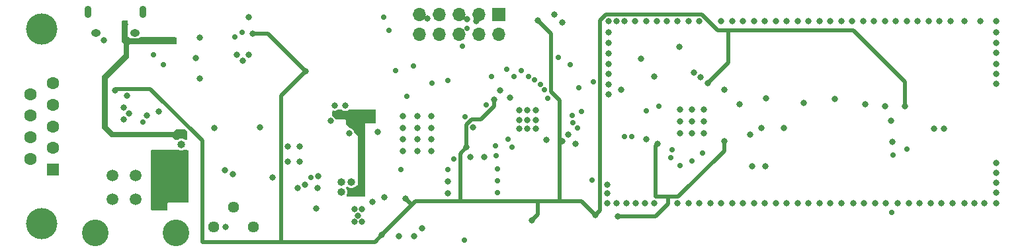
<source format=gbr>
%TF.GenerationSoftware,KiCad,Pcbnew,7.0.5*%
%TF.CreationDate,2023-07-23T12:45:18-06:00*%
%TF.ProjectId,CAN-USB RF Module,43414e2d-5553-4422-9052-46204d6f6475,rev?*%
%TF.SameCoordinates,Original*%
%TF.FileFunction,Copper,L3,Inr*%
%TF.FilePolarity,Positive*%
%FSLAX46Y46*%
G04 Gerber Fmt 4.6, Leading zero omitted, Abs format (unit mm)*
G04 Created by KiCad (PCBNEW 7.0.5) date 2023-07-23 12:45:18*
%MOMM*%
%LPD*%
G01*
G04 APERTURE LIST*
G04 Aperture macros list*
%AMRoundRect*
0 Rectangle with rounded corners*
0 $1 Rounding radius*
0 $2 $3 $4 $5 $6 $7 $8 $9 X,Y pos of 4 corners*
0 Add a 4 corners polygon primitive as box body*
4,1,4,$2,$3,$4,$5,$6,$7,$8,$9,$2,$3,0*
0 Add four circle primitives for the rounded corners*
1,1,$1+$1,$2,$3*
1,1,$1+$1,$4,$5*
1,1,$1+$1,$6,$7*
1,1,$1+$1,$8,$9*
0 Add four rect primitives between the rounded corners*
20,1,$1+$1,$2,$3,$4,$5,0*
20,1,$1+$1,$4,$5,$6,$7,0*
20,1,$1+$1,$6,$7,$8,$9,0*
20,1,$1+$1,$8,$9,$2,$3,0*%
G04 Aperture macros list end*
%TA.AperFunction,ComponentPad*%
%ADD10R,1.000000X1.000000*%
%TD*%
%TA.AperFunction,ComponentPad*%
%ADD11O,1.000000X1.000000*%
%TD*%
%TA.AperFunction,ComponentPad*%
%ADD12C,4.000000*%
%TD*%
%TA.AperFunction,ComponentPad*%
%ADD13R,1.600000X1.600000*%
%TD*%
%TA.AperFunction,ComponentPad*%
%ADD14C,1.600000*%
%TD*%
%TA.AperFunction,ComponentPad*%
%ADD15O,0.890000X1.550000*%
%TD*%
%TA.AperFunction,ComponentPad*%
%ADD16O,1.250000X0.950000*%
%TD*%
%TA.AperFunction,ComponentPad*%
%ADD17RoundRect,0.250001X0.499999X0.499999X-0.499999X0.499999X-0.499999X-0.499999X0.499999X-0.499999X0*%
%TD*%
%TA.AperFunction,ComponentPad*%
%ADD18C,1.500000*%
%TD*%
%TA.AperFunction,ComponentPad*%
%ADD19C,3.410000*%
%TD*%
%TA.AperFunction,ComponentPad*%
%ADD20C,1.440000*%
%TD*%
%TA.AperFunction,ComponentPad*%
%ADD21R,1.700000X1.700000*%
%TD*%
%TA.AperFunction,ComponentPad*%
%ADD22O,1.700000X1.700000*%
%TD*%
%TA.AperFunction,ViaPad*%
%ADD23C,0.800000*%
%TD*%
%TA.AperFunction,ViaPad*%
%ADD24C,0.700000*%
%TD*%
%TA.AperFunction,Conductor*%
%ADD25C,0.500000*%
%TD*%
G04 APERTURE END LIST*
D10*
%TO.N,+5V*%
%TO.C,J1*%
X110010000Y-110687000D03*
D11*
%TO.N,/Power Regulator/5V*%
X108740000Y-110687000D03*
%TO.N,/Power Regulator/12V*%
X110010000Y-109417000D03*
%TO.N,/Power Regulator/FUSE_OUT*%
X108740000Y-109417000D03*
%TD*%
D12*
%TO.N,N/C*%
%TO.C,J7*%
X70381000Y-89771000D03*
X70381000Y-114771000D03*
D13*
%TO.N,unconnected-(J7-Pin_1-Pad1)*%
X71801000Y-107811000D03*
D14*
%TO.N,/CAN Tranciever/CD-*%
X71801000Y-105041000D03*
%TO.N,unconnected-(J7-Pin_3-Pad3)*%
X71801000Y-102271000D03*
%TO.N,unconnected-(J7-Pin_4-Pad4)*%
X71801000Y-99501000D03*
%TO.N,unconnected-(J7-Pin_5-Pad5)*%
X71801000Y-96731000D03*
%TO.N,unconnected-(J7-Pin_6-Pad6)*%
X68961000Y-106426000D03*
%TO.N,/CAN Tranciever/CD+*%
X68961000Y-103656000D03*
%TO.N,unconnected-(J7-Pin_8-Pad8)*%
X68961000Y-100886000D03*
%TO.N,unconnected-(J7-Pin_9-Pad9)*%
X68961000Y-98116000D03*
%TD*%
D15*
%TO.N,unconnected-(J2-Shield-Pad6)*%
%TO.C,J2*%
X83296000Y-87597000D03*
D16*
X82296000Y-90297000D03*
X77296000Y-90297000D03*
D15*
X76296000Y-87597000D03*
%TD*%
D17*
%TO.N,+12V*%
%TO.C,J6*%
X85423000Y-111585000D03*
D18*
%TO.N,GND*%
X82423000Y-111585000D03*
%TO.N,unconnected-(J6-Pin_3-Pad3)*%
X79423000Y-111585000D03*
%TO.N,+12V*%
X85423000Y-108585000D03*
%TO.N,GND*%
X82423000Y-108585000D03*
%TO.N,unconnected-(J6-Pin_6-Pad6)*%
X79423000Y-108585000D03*
D19*
%TO.N,N/C*%
X87573000Y-115905000D03*
X77273000Y-115905000D03*
%TD*%
D20*
%TO.N,unconnected-(RV1-Pad1)*%
%TO.C,RV1*%
X97437000Y-115132000D03*
%TO.N,Net-(R24-Pad2)*%
X94897000Y-112592000D03*
%TO.N,GND*%
X92357000Y-115132000D03*
%TD*%
D21*
%TO.N,+3V3*%
%TO.C,J5*%
X128905000Y-87884000D03*
D22*
%TO.N,/DEBUG_SWDIO*%
X128905000Y-90424000D03*
%TO.N,GND*%
X126365000Y-87884000D03*
%TO.N,/DEBUG_SWCLK*%
X126365000Y-90424000D03*
%TO.N,GND*%
X123825000Y-87884000D03*
%TO.N,/DEBUG_SWO*%
X123825000Y-90424000D03*
%TO.N,unconnected-(J5-Pin_7-Pad7)*%
X121285000Y-87884000D03*
%TO.N,unconnected-(J5-Pin_8-Pad8)*%
X121285000Y-90424000D03*
%TO.N,GND*%
X118745000Y-87884000D03*
%TO.N,/NRST*%
X118745000Y-90424000D03*
%TD*%
D10*
%TO.N,VBUS_UP*%
%TO.C,JP2*%
X88265000Y-103321000D03*
D11*
%TO.N,/Power Regulator/FUSE_IN*%
X88265000Y-104591000D03*
%TO.N,+12V*%
X88265000Y-105861000D03*
%TD*%
D23*
%TO.N,GND*%
X142922600Y-88773000D03*
X94869000Y-108401000D03*
X116586000Y-105410000D03*
X125603000Y-102362000D03*
X90124000Y-93487500D03*
X154559000Y-112141000D03*
X152066600Y-101615000D03*
X142795600Y-110871000D03*
X186944000Y-112141000D03*
X147621600Y-112141000D03*
X182499000Y-88773000D03*
X101854000Y-106750000D03*
X175802600Y-99387000D03*
X175514000Y-88773000D03*
X118491000Y-102489000D03*
X142748000Y-109728000D03*
X113411000Y-102997000D03*
X158750000Y-112141000D03*
X144573600Y-97536000D03*
X120269000Y-102489000D03*
X154682800Y-95925400D03*
X155956000Y-112141000D03*
X174244000Y-112141000D03*
X103378000Y-106750000D03*
X151995600Y-92075000D03*
X90632000Y-90881500D03*
X105649000Y-110179000D03*
X161544000Y-112141000D03*
X147113600Y-93599000D03*
X135005210Y-104020062D03*
X161309600Y-107401600D03*
X137033000Y-88900000D03*
X92456000Y-102432000D03*
X153895400Y-95392000D03*
X172720000Y-112141000D03*
X154559000Y-88773000D03*
X171323000Y-112141000D03*
X192532000Y-108204000D03*
X116586000Y-103886000D03*
X109728000Y-103124000D03*
X116586000Y-102489000D03*
X175641000Y-112141000D03*
X111350506Y-112850688D03*
X185547000Y-112141000D03*
X188515600Y-88773000D03*
X192532000Y-96774000D03*
X153162000Y-112141000D03*
X124841000Y-88519000D03*
X161544000Y-88773000D03*
X101854000Y-104845000D03*
X190500000Y-88773000D03*
X129032000Y-97663000D03*
X192532000Y-90170000D03*
X186690000Y-88773000D03*
X178308000Y-88773000D03*
X178330800Y-99654600D03*
X78359000Y-91186000D03*
X131476500Y-100175000D03*
X81534000Y-100584000D03*
X142922600Y-94234000D03*
X131476500Y-102588000D03*
X155114600Y-103139000D03*
X96139000Y-93853000D03*
X157353000Y-88773000D03*
X120269000Y-103886000D03*
X185293000Y-88773000D03*
X153162000Y-88773000D03*
X122329000Y-110814000D03*
X105791000Y-108655000D03*
X116586000Y-100965000D03*
X192532000Y-109474000D03*
X142922600Y-96853400D03*
X176911000Y-88773000D03*
X163102600Y-98625000D03*
X85344000Y-100367000D03*
X93853000Y-107893000D03*
X146431000Y-112141000D03*
X145208600Y-112141000D03*
X147748600Y-88773000D03*
X143938600Y-88773000D03*
X118491000Y-105410000D03*
X164338000Y-112141000D03*
X160147000Y-112141000D03*
X179104600Y-101546000D03*
X155114600Y-100091000D03*
X155114600Y-101615000D03*
X188468000Y-112141000D03*
X142922600Y-92916400D03*
X145002200Y-88773000D03*
X142922600Y-91567000D03*
X182753000Y-112141000D03*
X119055101Y-115359000D03*
X152066600Y-100091000D03*
X109254845Y-99625547D03*
X164338000Y-88773000D03*
X178435000Y-112141000D03*
X189738000Y-112141000D03*
X148764600Y-112141000D03*
X96901000Y-88265000D03*
X132520500Y-101445000D03*
X185820600Y-102575600D03*
X168529000Y-88773000D03*
X157781600Y-97551000D03*
X90632000Y-96088500D03*
X192532000Y-91567000D03*
X122329000Y-109290000D03*
X167928600Y-99260000D03*
X179959000Y-112141000D03*
X142922600Y-98171000D03*
X158750000Y-88773000D03*
X171865600Y-98752000D03*
X116078000Y-116332000D03*
X162941000Y-88773000D03*
X131496500Y-101420500D03*
X125984000Y-88773000D03*
X93881000Y-115132000D03*
X162467600Y-102435000D03*
X133635500Y-102588000D03*
X147748600Y-103901000D03*
X181356000Y-112141000D03*
X118039101Y-116375000D03*
X153590600Y-101615000D03*
X105504499Y-112807001D03*
X165735000Y-88773000D03*
X174117000Y-88773000D03*
X120269000Y-105410000D03*
X136017000Y-87884000D03*
X132492500Y-102588000D03*
X153590600Y-103139000D03*
X179705000Y-88773000D03*
X114221997Y-111390999D03*
X120269000Y-100965000D03*
X127000000Y-106172000D03*
X119761000Y-88392000D03*
X184150000Y-112141000D03*
X169926000Y-88773000D03*
X118491000Y-103886000D03*
X80899000Y-101346000D03*
X151765000Y-112141000D03*
X95377000Y-93091000D03*
X192532000Y-88773000D03*
X172720000Y-88773000D03*
X80899000Y-99822000D03*
X137795000Y-103312213D03*
X177038000Y-112141000D03*
X160147000Y-88773000D03*
X165735000Y-112141000D03*
X81280000Y-98298000D03*
X159673600Y-99387000D03*
X152066600Y-103139000D03*
X192532000Y-110744000D03*
X157353000Y-112141000D03*
X103378000Y-104845000D03*
X161070600Y-103324000D03*
X111346499Y-114521001D03*
X130302000Y-98561500D03*
X133635500Y-100175000D03*
X183896000Y-88773000D03*
X171323000Y-88773000D03*
X192532000Y-92837000D03*
X191008000Y-112141000D03*
X142922600Y-95504000D03*
X125222000Y-106172000D03*
X153590600Y-100091000D03*
X179231600Y-104213000D03*
X110429999Y-114521001D03*
X99949000Y-108782000D03*
X192579600Y-106934000D03*
X118491000Y-100965000D03*
X149145600Y-88773000D03*
X142922600Y-90170000D03*
X146351600Y-88773000D03*
X138684000Y-104521000D03*
X169926000Y-112141000D03*
X165388600Y-102435000D03*
X96901000Y-93091000D03*
X192532000Y-112141000D03*
X167132000Y-88773000D03*
X151765000Y-88773000D03*
X98298000Y-102419000D03*
X103109000Y-110179000D03*
X148764600Y-95885000D03*
X184550600Y-102588000D03*
X168529000Y-112141000D03*
X132492500Y-100175000D03*
X192532000Y-94234000D03*
X107343000Y-101543000D03*
X192532000Y-95504000D03*
X181102000Y-88773000D03*
X162960600Y-107401600D03*
X143938600Y-112141000D03*
X142795600Y-112141000D03*
X110429999Y-112870001D03*
X167132000Y-112141000D03*
X112715999Y-111981001D03*
X133655500Y-101420500D03*
X162941000Y-112141000D03*
X107889963Y-99569936D03*
X150415600Y-88773000D03*
X110859399Y-113718000D03*
D24*
%TO.N,/NRST*%
X124567250Y-100984750D03*
X124460000Y-116840000D03*
X123152500Y-106426000D03*
X117983000Y-94488000D03*
X120332500Y-96710500D03*
D23*
%TO.N,+3V3*%
X113919000Y-116205000D03*
X155609367Y-96704619D03*
X97409000Y-90373500D03*
X141224000Y-113665000D03*
X137003943Y-104151153D03*
X116967000Y-111506000D03*
X104140000Y-95199500D03*
X144145000Y-113792000D03*
X133096000Y-114300000D03*
X124742564Y-104939162D03*
X79756000Y-97663000D03*
X149225000Y-104521000D03*
X133858000Y-88646000D03*
X128253870Y-98843984D03*
X180867600Y-99654600D03*
X157734000Y-104140000D03*
%TO.N,+5V*%
X111379000Y-109125500D03*
X109855000Y-101600000D03*
X83820000Y-100890500D03*
D24*
%TO.N,/USB Interface/USB_D-*%
X85979000Y-94361000D03*
X84642100Y-93024100D03*
%TO.N,Net-(D8-K)*%
X122329000Y-107766000D03*
D23*
X104084185Y-109727377D03*
D24*
%TO.N,/BOOT0*%
X140792500Y-109132500D03*
X129921000Y-94908500D03*
%TO.N,/UART2_USB_CTS*%
X128484500Y-104735500D03*
X95123000Y-90812917D03*
%TO.N,/UART2_USB_RTS*%
X128524000Y-106045000D03*
X115697000Y-95099000D03*
%TO.N,/UART2_USB_TX*%
X122364500Y-96329500D03*
X130048000Y-103886000D03*
%TO.N,/UART2_USB_RX*%
X96011500Y-90170000D03*
X130556000Y-104902000D03*
%TO.N,/SPI1_MISO*%
X150923600Y-106314000D03*
X152053711Y-107254999D03*
%TO.N,/SPI1_MOSI*%
X153566100Y-106707100D03*
X151050600Y-105298000D03*
%TO.N,/DIO0*%
X145904487Y-103589310D03*
X149352000Y-99640500D03*
%TO.N,/DIO1*%
X145004985Y-103589501D03*
X147768306Y-100270306D03*
%TO.N,/CAN_TX*%
X117094000Y-98385500D03*
X83312000Y-101727000D03*
%TO.N,/SW_RXTX*%
X133468330Y-96290129D03*
X179199000Y-113284000D03*
X181121600Y-105156000D03*
%TO.N,/SX_RESET*%
X140970000Y-96520000D03*
X132682507Y-95852423D03*
%TO.N,/DIO2*%
X138056150Y-94299779D03*
X131748294Y-95135111D03*
%TO.N,/DIO3*%
X130834092Y-95883802D03*
X136525000Y-93432500D03*
%TO.N,/LoRa Tranciever/RXTX_SX*%
X179364856Y-105958856D03*
X154915100Y-105664000D03*
%TO.N,/DEBUG_SWO*%
X124841000Y-89662000D03*
X134185085Y-96833606D03*
%TO.N,/DEBUG_SWCLK*%
X114173000Y-88265000D03*
X124206000Y-91941146D03*
X135128000Y-98611500D03*
%TO.N,/DEBUG_SWDIO*%
X114862642Y-89960808D03*
X127919358Y-95854642D03*
%TO.N,/Power Regulator/FUSE_IN*%
X104849755Y-108779947D03*
X116360000Y-107766000D03*
D23*
%TO.N,VBUS_UP*%
X81198317Y-91205128D03*
X87249000Y-91186000D03*
X81026000Y-89154000D03*
D24*
%TO.N,Net-(U1-PA10)*%
X138291580Y-100861737D03*
X128717500Y-107696000D03*
%TO.N,Net-(U1-PA9)*%
X128717500Y-109220000D03*
X138336135Y-101760135D03*
%TO.N,Net-(U1-PA8)*%
X138938000Y-102489000D03*
X128717500Y-110744000D03*
%TO.N,/DIO4*%
X139152500Y-97312702D03*
X134747000Y-97536000D03*
%TO.N,/DIO5*%
X139443500Y-100330000D03*
X127260169Y-99528500D03*
%TD*%
D25*
%TO.N,+3V3*%
X136652000Y-104521000D02*
X136652000Y-111887000D01*
X101004000Y-98335500D02*
X101004000Y-117055000D01*
X113030000Y-117094000D02*
X113919000Y-116205000D01*
X125367250Y-101395668D02*
X124742564Y-102020354D01*
X124742564Y-104939162D02*
X123952000Y-105729726D01*
X117729000Y-112395000D02*
X113919000Y-116205000D01*
X133096000Y-114300000D02*
X133858000Y-113538000D01*
X84292000Y-97448000D02*
X90932000Y-104088000D01*
X141224000Y-113665000D02*
X141859000Y-113030000D01*
X97409000Y-90373500D02*
X99314000Y-90373500D01*
X155609367Y-96704619D02*
X158242000Y-94071986D01*
X157734000Y-104140000D02*
X157734000Y-105410000D01*
X141224000Y-113665000D02*
X139446000Y-111887000D01*
X126569332Y-101395668D02*
X125367250Y-101395668D01*
X158242000Y-94071986D02*
X158242000Y-89916000D01*
X142570518Y-87923000D02*
X154911082Y-87923000D01*
X144145000Y-113792000D02*
X148971000Y-113792000D01*
X148971000Y-113792000D02*
X150583000Y-112180000D01*
X133858000Y-113538000D02*
X133858000Y-111887000D01*
X90932000Y-104088000D02*
X90932000Y-117094000D01*
X118237000Y-111887000D02*
X117729000Y-112395000D01*
X154911082Y-87923000D02*
X156904082Y-89916000D01*
X148971000Y-111291000D02*
X148971000Y-104775000D01*
X101004000Y-117055000D02*
X100965000Y-117094000D01*
X156904082Y-89916000D02*
X158242000Y-89916000D01*
X137003943Y-104169057D02*
X137003943Y-104151153D01*
X79971000Y-97448000D02*
X84292000Y-97448000D01*
X158242000Y-89916000D02*
X174244000Y-89916000D01*
X136652000Y-111887000D02*
X133858000Y-111887000D01*
X100965000Y-117094000D02*
X113030000Y-117094000D01*
X139446000Y-111887000D02*
X136652000Y-111887000D01*
X116967000Y-111506000D02*
X117729000Y-112268000D01*
X141859000Y-113030000D02*
X141859000Y-88634518D01*
X133858000Y-88646000D02*
X135547000Y-90335000D01*
X123952000Y-111887000D02*
X118237000Y-111887000D01*
X128253870Y-98843984D02*
X128253870Y-99711130D01*
X136652000Y-104521000D02*
X137003943Y-104169057D01*
X123952000Y-105729726D02*
X123952000Y-111887000D01*
X104140000Y-95199500D02*
X101004000Y-98335500D01*
X128253870Y-99711130D02*
X126569332Y-101395668D01*
X117729000Y-112268000D02*
X117729000Y-112395000D01*
X157734000Y-105410000D02*
X151853000Y-111291000D01*
X124742564Y-102020354D02*
X124742564Y-104939162D01*
X135547000Y-90335000D02*
X135547000Y-97828000D01*
X174244000Y-89916000D02*
X180867600Y-96539600D01*
X79756000Y-97663000D02*
X79971000Y-97448000D01*
X141859000Y-88634518D02*
X142570518Y-87923000D01*
X180867600Y-96539600D02*
X180867600Y-99654600D01*
X99314000Y-90373500D02*
X104140000Y-95199500D01*
X150583000Y-111291000D02*
X148971000Y-111291000D01*
X136652000Y-98933000D02*
X136652000Y-104521000D01*
X148971000Y-104775000D02*
X149225000Y-104521000D01*
X150583000Y-112180000D02*
X150583000Y-111291000D01*
X133858000Y-111887000D02*
X123952000Y-111887000D01*
X135547000Y-97828000D02*
X136652000Y-98933000D01*
X90932000Y-117094000D02*
X100965000Y-117094000D01*
X151853000Y-111291000D02*
X150583000Y-111291000D01*
%TO.N,+5V*%
X111379000Y-103124000D02*
X109855000Y-101600000D01*
X111379000Y-109125500D02*
X111379000Y-110318000D01*
X111379000Y-109125500D02*
X111379000Y-103124000D01*
X111010000Y-110687000D02*
X110010000Y-110687000D01*
X111379000Y-110318000D02*
X111010000Y-110687000D01*
X111411500Y-109093000D02*
X111379000Y-109125500D01*
%TO.N,+12V*%
X85423000Y-108588000D02*
X85538000Y-108588000D01*
X85538000Y-108588000D02*
X88265000Y-105861000D01*
X85423000Y-111588000D02*
X85423000Y-108588000D01*
%TO.N,VBUS_UP*%
X81026000Y-89154000D02*
X81026000Y-91032811D01*
X87213000Y-91222000D02*
X81215189Y-91222000D01*
X81198317Y-91205128D02*
X81198317Y-93299683D01*
X87249000Y-91186000D02*
X87213000Y-91222000D01*
X81198317Y-93299683D02*
X78486000Y-96012000D01*
X79445000Y-103321000D02*
X88265000Y-103321000D01*
X78486000Y-102362000D02*
X79445000Y-103321000D01*
X78486000Y-96012000D02*
X78486000Y-102362000D01*
X81215189Y-91222000D02*
X81198317Y-91205128D01*
X81026000Y-91032811D02*
X81198317Y-91205128D01*
%TD*%
%TA.AperFunction,Conductor*%
%TO.N,+12V*%
G36*
X87990187Y-105289959D02*
G01*
X88096939Y-105327313D01*
X88264997Y-105346249D01*
X88265000Y-105346249D01*
X88265003Y-105346249D01*
X88433059Y-105327313D01*
X88433061Y-105327313D01*
X88539813Y-105289959D01*
X88580768Y-105283000D01*
X89030000Y-105283000D01*
X89097039Y-105302685D01*
X89142794Y-105355489D01*
X89154000Y-105407000D01*
X89154000Y-111890000D01*
X89134315Y-111957039D01*
X89081511Y-112002794D01*
X89030000Y-112014000D01*
X86613999Y-112014000D01*
X86487000Y-112140999D01*
X86487000Y-112906000D01*
X86467315Y-112973039D01*
X86414511Y-113018794D01*
X86363000Y-113030000D01*
X84506362Y-113030000D01*
X84439323Y-113010315D01*
X84418681Y-112993681D01*
X84364319Y-112939319D01*
X84330834Y-112877996D01*
X84328000Y-112851638D01*
X84328000Y-105407000D01*
X84347685Y-105339961D01*
X84400489Y-105294206D01*
X84452000Y-105283000D01*
X87949232Y-105283000D01*
X87990187Y-105289959D01*
G37*
%TD.AperFunction*%
%TD*%
%TA.AperFunction,Conductor*%
%TO.N,+5V*%
G36*
X108802348Y-100095685D02*
G01*
X108817531Y-100107180D01*
X108819834Y-100109220D01*
X108882607Y-100164832D01*
X109022479Y-100238243D01*
X109175859Y-100276047D01*
X109175860Y-100276047D01*
X109333830Y-100276047D01*
X109487210Y-100238243D01*
X109627082Y-100164832D01*
X109627083Y-100164830D01*
X109627085Y-100164830D01*
X109692155Y-100107183D01*
X109755387Y-100077463D01*
X109774381Y-100076000D01*
X113033000Y-100076000D01*
X113100039Y-100095685D01*
X113145794Y-100148489D01*
X113157000Y-100200000D01*
X113157000Y-101730000D01*
X113137315Y-101797039D01*
X113084511Y-101842794D01*
X113033000Y-101854000D01*
X111760000Y-101854000D01*
X111760000Y-101092000D01*
X109347000Y-101092000D01*
X109347000Y-101472999D01*
X109220000Y-101346000D01*
X109219999Y-101346000D01*
X108049589Y-101346000D01*
X107982550Y-101326315D01*
X107936795Y-101273511D01*
X107933647Y-101265972D01*
X107923220Y-101238477D01*
X107833483Y-101108470D01*
X107715240Y-101003717D01*
X107708083Y-100999960D01*
X107635372Y-100961798D01*
X107585160Y-100913213D01*
X107569000Y-100852005D01*
X107569000Y-100319064D01*
X107588684Y-100252029D01*
X107641488Y-100206274D01*
X107710646Y-100196330D01*
X107722665Y-100198669D01*
X107810978Y-100220436D01*
X107968948Y-100220436D01*
X108122328Y-100182632D01*
X108262201Y-100109220D01*
X108262200Y-100109220D01*
X108262203Y-100109219D01*
X108263640Y-100107945D01*
X108264503Y-100107182D01*
X108266544Y-100106222D01*
X108268375Y-100104959D01*
X108268585Y-100105263D01*
X108327737Y-100077463D01*
X108346727Y-100076000D01*
X108735309Y-100076000D01*
X108802348Y-100095685D01*
G37*
%TD.AperFunction*%
%TD*%
%TA.AperFunction,Conductor*%
%TO.N,+5V*%
G36*
X111760000Y-101854000D02*
G01*
X111760000Y-111128000D01*
X111740315Y-111195039D01*
X111687511Y-111240794D01*
X111636000Y-111252000D01*
X109495705Y-111252000D01*
X109428666Y-111232315D01*
X109382911Y-111179511D01*
X109372967Y-111110353D01*
X109390711Y-111062028D01*
X109420456Y-111014690D01*
X109476313Y-110855059D01*
X109495249Y-110687000D01*
X109495249Y-110686997D01*
X109476314Y-110518943D01*
X109462904Y-110480621D01*
X109420456Y-110359310D01*
X109366006Y-110272653D01*
X109347000Y-110206681D01*
X109347000Y-110111127D01*
X109366685Y-110044088D01*
X109419489Y-109998333D01*
X109488647Y-109988389D01*
X109536973Y-110006134D01*
X109539109Y-110007476D01*
X109539110Y-110007477D01*
X109597376Y-110044088D01*
X109682307Y-110097454D01*
X109682305Y-110097454D01*
X109682309Y-110097455D01*
X109682310Y-110097456D01*
X109721380Y-110111127D01*
X109841943Y-110153314D01*
X110009997Y-110172249D01*
X110010000Y-110172249D01*
X110010003Y-110172249D01*
X110178056Y-110153314D01*
X110178059Y-110153313D01*
X110337690Y-110097456D01*
X110337692Y-110097454D01*
X110337694Y-110097454D01*
X110337697Y-110097452D01*
X110480884Y-110007481D01*
X110480885Y-110007480D01*
X110480890Y-110007477D01*
X110597048Y-109891318D01*
X110658371Y-109857834D01*
X110684729Y-109855000D01*
X110871000Y-109855000D01*
X110871000Y-103505000D01*
X110398785Y-103032785D01*
X110366831Y-102974266D01*
X110366031Y-102974464D01*
X110364237Y-102967188D01*
X110364237Y-102967182D01*
X110308220Y-102819477D01*
X110218483Y-102689470D01*
X110100240Y-102584717D01*
X110100238Y-102584716D01*
X110100237Y-102584715D01*
X109960366Y-102511304D01*
X109883697Y-102492407D01*
X109825691Y-102459691D01*
X109383319Y-102017318D01*
X109349834Y-101955995D01*
X109347000Y-101929637D01*
X109347000Y-101472999D01*
X109347000Y-101092000D01*
X111760000Y-101092000D01*
X111760000Y-101854000D01*
G37*
%TD.AperFunction*%
%TD*%
%TA.AperFunction,Conductor*%
%TO.N,VBUS_UP*%
G36*
X81350039Y-88665685D02*
G01*
X81395794Y-88718489D01*
X81407000Y-88769999D01*
X81407000Y-90805000D01*
X81577601Y-90805000D01*
X81644640Y-90824685D01*
X81657305Y-90834009D01*
X81744617Y-90907273D01*
X81896175Y-90983388D01*
X82061201Y-91022500D01*
X82061203Y-91022500D01*
X82488249Y-91022500D01*
X82488256Y-91022500D01*
X82614451Y-91007750D01*
X82773820Y-90949744D01*
X82915517Y-90856549D01*
X82927445Y-90843905D01*
X82987768Y-90808652D01*
X83017639Y-90805000D01*
X87506000Y-90805000D01*
X87573039Y-90824685D01*
X87618794Y-90877489D01*
X87630000Y-90929000D01*
X87630000Y-91570000D01*
X87610315Y-91637039D01*
X87557511Y-91682794D01*
X87506000Y-91694000D01*
X81660999Y-91694000D01*
X81534000Y-91820999D01*
X81534000Y-93420638D01*
X81514315Y-93487677D01*
X81497681Y-93508319D01*
X78867000Y-96138999D01*
X78867000Y-96139000D01*
X78867000Y-102235000D01*
X79629000Y-102997000D01*
X87249000Y-102997000D01*
X87593680Y-102652318D01*
X87655004Y-102618834D01*
X87681362Y-102616000D01*
X88700824Y-102616000D01*
X88767863Y-102635685D01*
X88788504Y-102652318D01*
X88990682Y-102854496D01*
X89024166Y-102915817D01*
X89027000Y-102942175D01*
X89027000Y-103834637D01*
X89007315Y-103901676D01*
X88990682Y-103922317D01*
X88936320Y-103976680D01*
X88874997Y-104010166D01*
X88848638Y-104013000D01*
X88791471Y-104013000D01*
X88725499Y-103993994D01*
X88724418Y-103993315D01*
X88592690Y-103910544D01*
X88554370Y-103897135D01*
X88433056Y-103854685D01*
X88265003Y-103835751D01*
X88264997Y-103835751D01*
X88096943Y-103854685D01*
X87937307Y-103910545D01*
X87832056Y-103976680D01*
X87805582Y-103993315D01*
X87804501Y-103993994D01*
X87738529Y-104013000D01*
X87554362Y-104013000D01*
X87487323Y-103993315D01*
X87466681Y-103976681D01*
X87122000Y-103632000D01*
X79299362Y-103632000D01*
X79232323Y-103612315D01*
X79211681Y-103595681D01*
X78141319Y-102525319D01*
X78107834Y-102463996D01*
X78105000Y-102437638D01*
X78105000Y-95809362D01*
X78124685Y-95742323D01*
X78141319Y-95721681D01*
X80735681Y-93127319D01*
X80797004Y-93093834D01*
X80823362Y-93091000D01*
X80899000Y-93091000D01*
X80899000Y-91694000D01*
X80681319Y-91476319D01*
X80647834Y-91414996D01*
X80645000Y-91388638D01*
X80645000Y-88770000D01*
X80664685Y-88702961D01*
X80717489Y-88657206D01*
X80769000Y-88646000D01*
X81283000Y-88646000D01*
X81350039Y-88665685D01*
G37*
%TD.AperFunction*%
%TD*%
M02*

</source>
